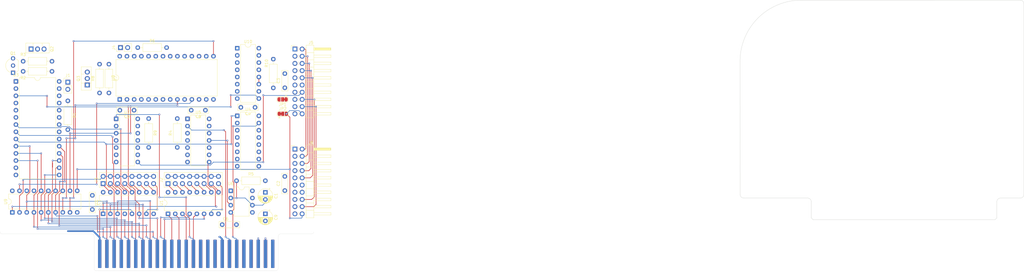
<source format=kicad_pcb>
(kicad_pcb
	(version 20241229)
	(generator "pcbnew")
	(generator_version "9.0")
	(general
		(thickness 1.6)
		(legacy_teardrops no)
	)
	(paper "A4")
	(layers
		(0 "F.Cu" signal)
		(2 "B.Cu" signal)
		(9 "F.Adhes" user "F.Adhesive")
		(11 "B.Adhes" user "B.Adhesive")
		(13 "F.Paste" user)
		(15 "B.Paste" user)
		(5 "F.SilkS" user "F.Silkscreen")
		(7 "B.SilkS" user "B.Silkscreen")
		(1 "F.Mask" user)
		(3 "B.Mask" user)
		(17 "Dwgs.User" user "User.Drawings")
		(19 "Cmts.User" user "User.Comments")
		(21 "Eco1.User" user "User.Eco1")
		(23 "Eco2.User" user "User.Eco2")
		(25 "Edge.Cuts" user)
		(27 "Margin" user)
		(31 "F.CrtYd" user "F.Courtyard")
		(29 "B.CrtYd" user "B.Courtyard")
		(35 "F.Fab" user)
		(33 "B.Fab" user)
		(39 "User.1" user)
		(41 "User.2" user)
		(43 "User.3" user)
		(45 "User.4" user)
	)
	(setup
		(pad_to_mask_clearance 0)
		(allow_soldermask_bridges_in_footprints no)
		(tenting front back)
		(pcbplotparams
			(layerselection 0x00000000_00000000_55555555_5755f5ff)
			(plot_on_all_layers_selection 0x00000000_00000000_00000000_00000000)
			(disableapertmacros no)
			(usegerberextensions no)
			(usegerberattributes yes)
			(usegerberadvancedattributes yes)
			(creategerberjobfile yes)
			(dashed_line_dash_ratio 12.000000)
			(dashed_line_gap_ratio 3.000000)
			(svgprecision 4)
			(plotframeref no)
			(mode 1)
			(useauxorigin no)
			(hpglpennumber 1)
			(hpglpenspeed 20)
			(hpglpendiameter 15.000000)
			(pdf_front_fp_property_popups yes)
			(pdf_back_fp_property_popups yes)
			(pdf_metadata yes)
			(pdf_single_document no)
			(dxfpolygonmode yes)
			(dxfimperialunits yes)
			(dxfusepcbnewfont yes)
			(psnegative no)
			(psa4output no)
			(plot_black_and_white yes)
			(sketchpadsonfab no)
			(plotpadnumbers no)
			(hidednponfab no)
			(sketchdnponfab yes)
			(crossoutdnponfab yes)
			(subtractmaskfromsilk no)
			(outputformat 1)
			(mirror no)
			(drillshape 1)
			(scaleselection 1)
			(outputdirectory "")
		)
	)
	(net 0 "")
	(net 1 "-12V")
	(net 2 "GND")
	(net 3 "+5V")
	(net 4 "Net-(U6-THR)")
	(net 5 "+12V")
	(net 6 "Net-(J1-Pin_2)")
	(net 7 "~{IOSEL}")
	(net 8 "Net-(J2-Pin_5)")
	(net 9 "Net-(J2-Pin_7)")
	(net 10 "/VCC_SWITCHED_1")
	(net 11 "Net-(J2-Pin_15)")
	(net 12 "Net-(J2-Pin_3)")
	(net 13 "Net-(J2-Pin_9)")
	(net 14 "Net-(J2-Pin_11)")
	(net 15 "Net-(J2-Pin_13)")
	(net 16 "Net-(J2-Pin_1)")
	(net 17 "Net-(J3-Pin_11)")
	(net 18 "Net-(J3-Pin_5)")
	(net 19 "Net-(J3-Pin_7)")
	(net 20 "Net-(J3-Pin_9)")
	(net 21 "Net-(J3-Pin_1)")
	(net 22 "Net-(J3-Pin_13)")
	(net 23 "Net-(J3-Pin_15)")
	(net 24 "Net-(J3-Pin_3)")
	(net 25 "Net-(J4-Pin_2)")
	(net 26 "/PH1")
	(net 27 "/PH0")
	(net 28 "/WR DATA")
	(net 29 "/W PROT")
	(net 30 "/RD DATA")
	(net 31 "/PH2")
	(net 32 "/PH3")
	(net 33 "Net-(J5-Pin_17)")
	(net 34 "/WR REQ")
	(net 35 "Net-(J5-Pin_19)")
	(net 36 "/~{ENBL 1}")
	(net 37 "Net-(J5-Pin_5)")
	(net 38 "/~{ENBL 2}")
	(net 39 "A12")
	(net 40 "D0")
	(net 41 "A10")
	(net 42 "A3")
	(net 43 "A14")
	(net 44 "D3")
	(net 45 "unconnected-(P1-Pin_40-Pad40)")
	(net 46 "2M")
	(net 47 "~{RESET}")
	(net 48 "unconnected-(P1-Pin_30-Pad30)")
	(net 49 "A4")
	(net 50 "~{EXTC}")
	(net 51 "unconnected-(P1-Pin_18-Pad18)")
	(net 52 "unconnected-(P1-Pin_38-Pad38)")
	(net 53 "D1")
	(net 54 "unconnected-(P1-Pin_29-Pad29)")
	(net 55 "A0")
	(net 56 "A15")
	(net 57 "D6")
	(net 58 "unconnected-(P1-Pin_36-Pad36)")
	(net 59 "A5")
	(net 60 "unconnected-(P1-Pin_22-Pad22)")
	(net 61 "~{EXTE}")
	(net 62 "Net-(P1-Pin_24)")
	(net 63 "~{EXT8}")
	(net 64 "unconnected-(P1-Pin_34-Pad34)")
	(net 65 "A8")
	(net 66 "D2")
	(net 67 "A2")
	(net 68 "D7")
	(net 69 "A7")
	(net 70 "Net-(P1-Pin_23)")
	(net 71 "A6")
	(net 72 "unconnected-(P1-Pin_21-Pad21)")
	(net 73 "~{EXT_MEM}")
	(net 74 "D4")
	(net 75 "D5")
	(net 76 "A9")
	(net 77 "A13")
	(net 78 "A11")
	(net 79 "unconnected-(P1-Pin_39-Pad39)")
	(net 80 "~{EXT6}")
	(net 81 "A1")
	(net 82 "Net-(Q1-E)")
	(net 83 "Net-(Q2-B)")
	(net 84 "Net-(Q3-B)")
	(net 85 "Net-(U8-~{CE})")
	(net 86 "Net-(R9-Pad2)")
	(net 87 "Net-(U4-Q6)")
	(net 88 "Net-(U4-Q5)")
	(net 89 "Net-(U4-Q7)")
	(net 90 "Net-(U4-Q4)")
	(net 91 "Net-(U10-D3)")
	(net 92 "Net-(U8-D1)")
	(net 93 "Net-(U10-~{Mr})")
	(net 94 "Net-(U8-A4)")
	(net 95 "Net-(U10-Q3)")
	(net 96 "Net-(U10-Cp)")
	(net 97 "Net-(U8-D3)")
	(net 98 "Net-(U10-Q5)")
	(net 99 "Net-(U10-Q2)")
	(net 100 "Net-(U8-A1)")
	(net 101 "Net-(U10-D2)")
	(net 102 "Net-(U8-D0)")
	(net 103 "Net-(U10-Q1)")
	(net 104 "unconnected-(U6-DIS-Pad7)")
	(net 105 "Net-(U10-D0)")
	(net 106 "unconnected-(U6-CV-Pad5)")
	(net 107 "Net-(U10-D5)")
	(net 108 "Net-(U8-D2)")
	(net 109 "Net-(U10-D1)")
	(net 110 "unconnected-(U9-Q7-Pad17)")
	(net 111 "/VCC_SWITCHED_2")
	(net 112 "/~{IOEN}")
	(net 113 "/~{DEVEN}")
	(footprint "Connector_PinHeader_2.54mm:PinHeader_1x02_P2.54mm_Vertical" (layer "F.Cu") (at 69.565185 66.517185))
	(footprint "Capacitor_THT:C_Rect_L7.0mm_W2.0mm_P5.00mm" (layer "F.Cu") (at 118.034185 76.423185 180))
	(footprint "Resistor_THT:R_Axial_DIN0207_L6.3mm_D2.5mm_P10.16mm_Horizontal" (layer "F.Cu") (at 94.203185 54.325185))
	(footprint "Connector_PinHeader_2.54mm:PinHeader_1x02_P2.54mm_Vertical" (layer "F.Cu") (at 88.107185 54.325185 90))
	(footprint "Capacitor_THT:CP_Radial_D5.0mm_P2.50mm" (layer "F.Cu") (at 139.161185 112.999185 -90))
	(footprint "Resistor_THT:R_Axial_DIN0207_L6.3mm_D2.5mm_P10.16mm_Horizontal" (layer "F.Cu") (at 84.043185 60.167185 -90))
	(footprint "Capacitor_THT:C_Rect_L7.0mm_W2.0mm_P5.00mm" (layer "F.Cu") (at 146.019185 104.791185 90))
	(footprint "Package_DIP:DIP-16_W7.62mm" (layer "F.Cu") (at 129.250185 54.539185))
	(footprint "Package_DIP:DIP-16_W7.62mm" (layer "F.Cu") (at 82.006185 112.994185 90))
	(footprint "Package_TO_SOT_THT:TO-92_Inline_Wide" (layer "F.Cu") (at 50.261185 63.215185 90))
	(footprint "Resistor_THT:R_Axial_DIN0207_L6.3mm_D2.5mm_P10.16mm_Horizontal" (layer "F.Cu") (at 141.955185 68.549185 90))
	(footprint "Capacitor_THT:CP_Radial_D5.0mm_P2.50mm" (layer "F.Cu") (at 139.156185 105.419185 -90))
	(footprint "Resistor_THT:R_Axial_DIN0207_L6.3mm_D2.5mm_P10.16mm_Horizontal" (layer "F.Cu") (at 53.817185 59.151185))
	(footprint "Package_DIP:DIP-16_W7.62mm" (layer "F.Cu") (at 104.866185 112.999185 90))
	(footprint "Package_DIP:DIP-28_W15.24mm" (layer "F.Cu") (at 87.853185 72.613185 90))
	(footprint "Package_DIP:DIP-14_W7.62mm" (layer "F.Cu") (at 111.729185 79.471185))
	(footprint "Resistor_THT:R_Axial_DIN0207_L6.3mm_D2.5mm_P10.16mm_Horizontal" (layer "F.Cu") (at 69.565185 73.121185 -90))
	(footprint "Capacitor_THT:C_Rect_L7.0mm_W2.0mm_P5.00mm" (layer "F.Cu") (at 146.019185 68.509185 90))
	(footprint "Jumper:SolderJumper-3_P1.3mm_Bridged12_RoundedPad1.0x1.5mm" (layer "F.Cu") (at 145.287185 77.693185))
	(footprint "Resistor_THT:R_Axial_DIN0207_L6.3mm_D2.5mm_P10.16mm_Horizontal" (layer "F.Cu") (at 98.053185 79.382185 -90))
	(footprint "Package_DIP:DIP-28_W15.24mm" (layer "F.Cu") (at 51.277185 66.263185))
	(footprint "Capacitor_THT:C_Rect_L7.0mm_W2.0mm_P5.00mm" (layer "F.Cu") (at 135.525185 75.407185 180))
	(footprint "Capacitor_THT:C_Rect_L7.0mm_W2.0mm_P5.00mm" (layer "F.Cu") (at 78.201185 106.475185 -90))
	(footprint "Capacitor_THT:C_Rect_L7.0mm_W2.0mm_P5.00mm" (layer "F.Cu") (at 92.893185 76.428185 180))
	(footprint "Package_TO_SOT_THT:TO-126-3_Vertical" (layer "F.Cu") (at 56.623185 54.833185))
	(footprint "Package_DIP:DIP-14_W7.62mm" (layer "F.Cu") (at 86.588185 79.471185))
	(footprint "Resistor_THT:R_Axial_DIN0207_L6.3mm_D2.5mm_P10.16mm_Horizontal"
		(layer "F.Cu")
		(uuid "a3fd79da-f5d5-4ae4-9621-898f304ff506")
		(at 128.996185 101.315185)
		(descr "Resistor, Axial_DIN0207 series, Axial, Horizontal, pin pitch=10.16mm, 0.25W = 1/4W, length*diameter=6.3*2.5mm^2, http://cdn-reichelt.de/documents/datenblatt/B400/1_4W%23YAG.pdf")
		(tags "Resistor Axial_DIN0207 series Axial Horizontal pin pitch 10.16mm 0.25W = 1/4W length 6.3mm diameter 2.5mm")
		(property "Reference" "R5"
			(at 5.08 -2.37 0)
			(layer "F.SilkS")
			(uuid "9c6b700b-b56f-454a-af08-cbb92ee0419a")
			(effects
				(font
					(size 1 1)
					(thickness 0.15)
				)
			)
		)
		(property "Value" "47K"
			(at 5.08 2.37 0)
			(layer "F.Fab")
			(uuid "59038263-5bfc-4502-9e63-17686569948d")
			(effects
				(font
					(size 1 1)
					(thickness 0.15)
				)
			)
		)
		(property "Datasheet" ""
			(at 0 0 0)
			(unlocked yes)
			(layer "F.Fab")
			(hide yes)
			(uuid "451e5c88-4e24-4863-a615-27044dbe0c7a")
			(effects
				(font
					(size 1.27 1.27)
					(thickness 0.15)
				)
			)
		)
		(property "Description" "Resistor, small symbol"
			(at 0 0 0)
			(unlocked yes)
			(layer "F.Fab")
			(hide yes)
			(uuid "ff008a55-37e8-44c0-bf53-7e7561ef5750")
			(effects
				(font
					(size 1.27 1.27)
					(thickness 0.15)
				)
			)
		)
		(property ki_fp_filters "R_*")
		(path "/0a9e3eae-f6aa-4726-95a0-baa5697c9c68")
		(sheetname "/")
		(sheetfile "TK2000_DiskInterface_REDUX.kicad_sch")
		(attr through_hole)
		(fp_line
			(start 1.04 0)
			(end 1.81 0)
			(stroke
				(width 0.12)
				(type solid)
			)
			(layer "F.SilkS")
			(uuid "a630116e-10dc-4ef2-a442-a6f0fd3f75eb")
		)
		(fp_line
			(start 1.81 -1.37)
			(end 1.81 1.37)
			(stroke
				(width 0.12)
				(type solid)
			)
			(layer "F.SilkS")
			(uuid "729f8d0c-d614-4153-be3b-6baa6e5385c4")
		)
		(fp_line
			(start 1.81 1.37)
			(end 8.35 1.37)
			(stroke
				(width 0.12)
				(type solid)
			)
			(layer "F.SilkS")
			(uuid "992273d0-000c-4bc0-bee8-f1216b2ba043")
		)
		(fp_line
			(start 8.35 -1.37)
			(end 1.81 -1.37)
			(stroke
				(width 0.12)
				(type solid)
			)
			(layer "F.SilkS")
			(uuid "a9b63733-6e81-455e-b6c1-451b64372f22")
		)
		(fp_line
			(start 8.35 1.37)
			(end 8.35 -1.37)
			(stroke
				(width 0.12)
				(type solid)
			)
			(layer "F.SilkS")
			(uuid "90083b9f-7d28-4ed0-a18e-c6019e6b0e30")
		)
		(fp_line
			(start 9.12 0)
			(end 8.35 0)
			(stroke
				(width 0.12)
				(type solid)
			)
			(layer "F.SilkS")
			(uuid "5694fe5b-57bc-4be2-8ef2-83bc8a9555e4")
		)
		(fp_line
			(start -1.05 -1.5)
			(end -1.05 1.5)
			(stroke
				(width 0.05)
				(type solid)
			)
			(layer "F.CrtYd")
			(uuid "87cd9991-4586-4e07-b07e-d88529961560")
		)
		(fp_line
			(start -1.05 1.5)
			(end 11.21 1.5)
			(stroke
				(width 0.05)
				(type solid)
			)
			(layer "F.CrtYd")
			(uuid "bd9f9d97-62c5-489d-88c0-532c339a6422"
... [245700 chars truncated]
</source>
